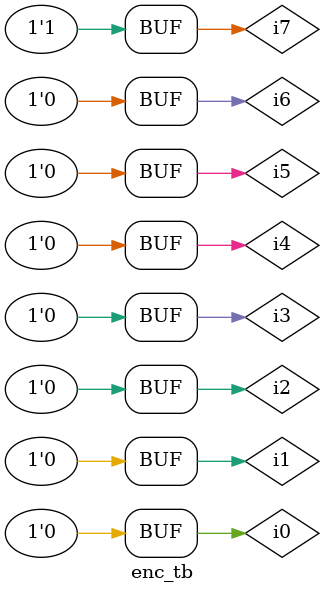
<source format=v>
module enc(input i0,i1,i2,i3,i4,i5,i6,i7 ,output y0,y1,y2);
assign y2=i4|i5|i6|i7;
assign y1=i3|i2|i6|i7;
assign y0=i1|i3|i5|i7;


endmodule

module enc_tb();
reg i0,i1,i2,i3,i4,i5,i6,i7;
wire y0,y1,y2;

enc gate(i0,i1,i2,i3,i4,i5,i6,i7,y0,y1,y2);

initial
begin

i0=1;i1=0;i2=0;i3=0;i4=0;i5=0;i6=0;i7=0;#10;
i0=0;i1=1;i2=0;i3=0;i4=0;i5=0;i6=0;i7=0;#10;
i0=0;i1=0;i2=1;i3=0;i4=0;i5=0;i6=0;i7=0;#10;
i0=0;i1=0;i2=0;i3=1;i4=0;i5=0;i6=0;i7=0;#10;
i0=0;i1=0;i2=0;i3=0;i4=1;i5=0;i6=0;i7=0;#10;
i0=0;i1=0;i2=0;i3=0;i4=0;i5=1;i6=0;i7=0;#10;
i0=0;i1=0;i2=0;i3=0;i4=0;i5=0;i6=1;i7=0;#10;
i0=0;i1=0;i2=0;i3=0;i4=0;i5=0;i6=0;i7=1;#10;
end
initial
$monitor("i0=%b i1=%b i2=%b i3=%b i4=%b i5=%b i6=%B i7=%b y2=%b y1=%B y0=%b  Time=%0t",i0,i1,i2,i3,i4,i5,i6,i7,y2,y1,y0,$time);
endmodule



</source>
